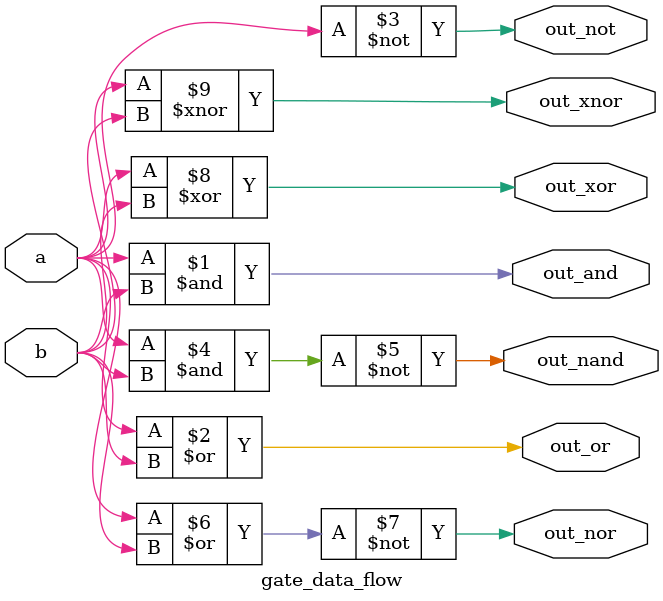
<source format=v>
/****************************************************
Developer    : Devang vekariya
Module       : All basics gate in Data flow modeling 
Institute    : NIT KKR
Date created : 01/10/2023
********************************************************/

// All basic gate  module definition using Data flow modeling
module gate_data_flow (a,b,
                       out_and,
                      out_or,
                      out_not,
                      out_nand,
                      out_nor,
                      out_xor,
                      out_xnor);
  // input & output port declarations
  input a,b ;
  output out_and , out_or,out_not,out_nor,out_nand,out_xor,out_xnor ;
  
  
  // Data flow modeling 
  assign out_and = a & b ;
  assign out_or = a | b ;
  assign out_not = ~a ;
  assign out_nand = ~(a & b) ;
  assign out_nor = ~(a | b) ;
  assign out_xor = a ^ b ;
  assign out_xnor = a ~^ b ;
  
endmodule

</source>
